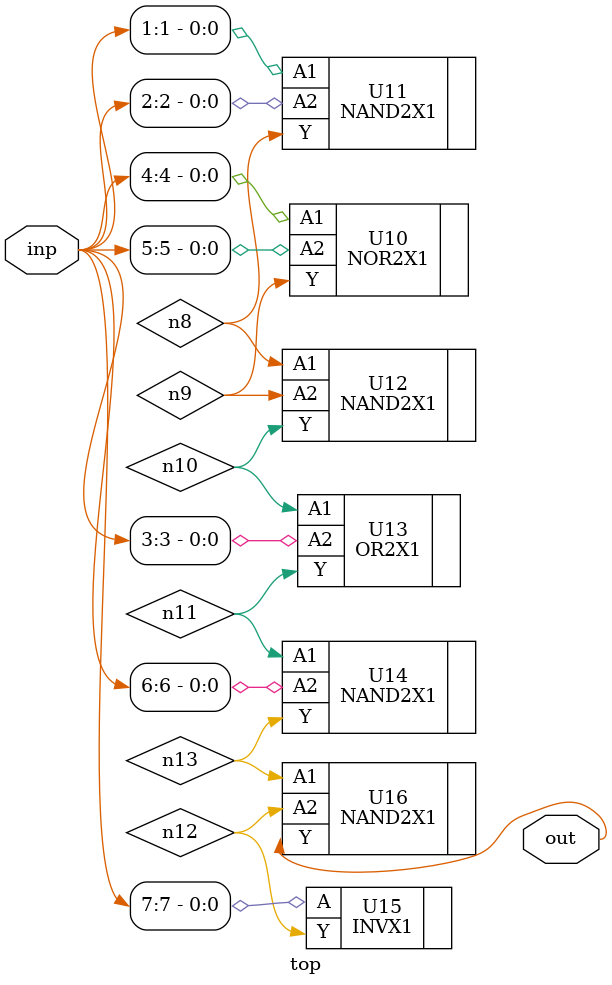
<source format=sv>


module top ( inp, out );
  input [7:0] inp;
  output out;
  wire   n8, n9, n10, n11, n12, n13;

  NOR2X1 U10 ( .A1(inp[4]), .A2(inp[5]), .Y(n9) );
  NAND2X1 U11 ( .A1(inp[1]), .A2(inp[2]), .Y(n8) );
  NAND2X1 U12 ( .A1(n8), .A2(n9), .Y(n10) );
  OR2X1 U13 ( .A1(n10), .A2(inp[3]), .Y(n11) );
  NAND2X1 U14 ( .A1(n11), .A2(inp[6]), .Y(n13) );
  INVX1 U15 ( .A(inp[7]), .Y(n12) );
  NAND2X1 U16 ( .A1(n13), .A2(n12), .Y(out) );
endmodule


</source>
